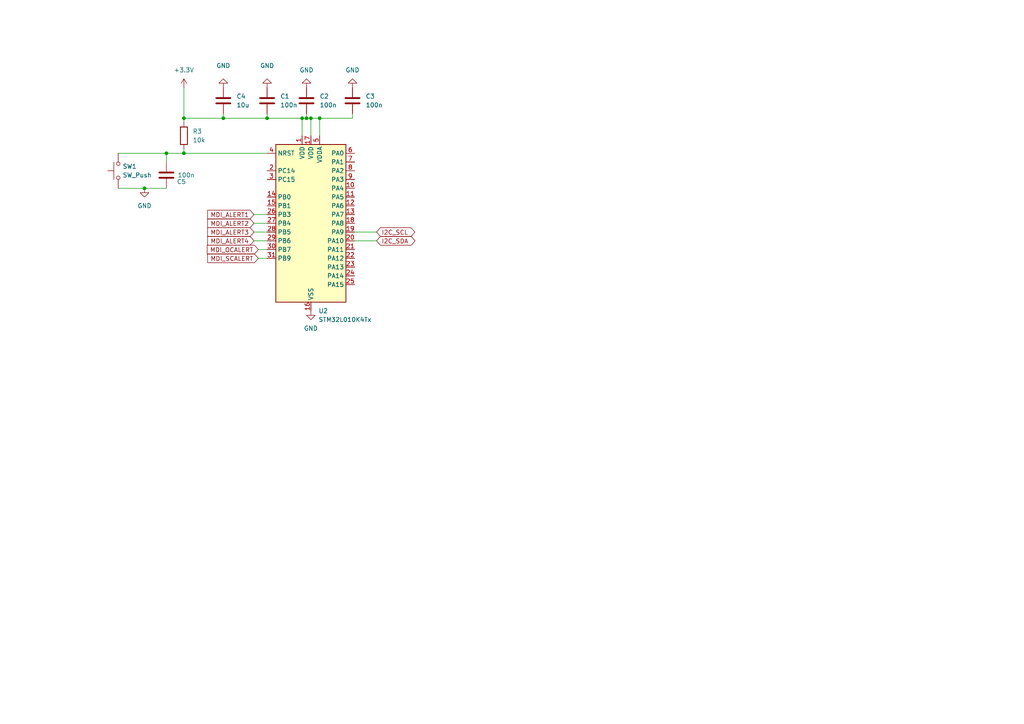
<source format=kicad_sch>
(kicad_sch (version 20231120) (generator "eeschema") (generator_version "8.0")
  (paper "A4")
  (lib_symbols
    (symbol "Device:C" (pin_numbers hide) (pin_names (offset 0.254))
      (property "Reference" "C" (at 0.635 2.54 0))
      (property "Value" "C" (at 0.635 -2.54 0))
      (symbol "C_0_1"
        (polyline (pts (xy -2.032 -0.762) (xy 2.032 -0.762)) (stroke (width 0.508)))
        (polyline (pts (xy -2.032 0.762) (xy 2.032 0.762)) (stroke (width 0.508)))
      )
      (symbol "C_1_1"
        (pin passive line (at 0 3.81 270) (length 2.794) (name "~") (number "1"))
        (pin passive line (at 0 -3.81 90) (length 2.794) (name "~") (number "2"))
      )
    )
    (symbol "Device:R" (pin_numbers hide) (pin_names (offset 0))
      (property "Reference" "R" (at 2.032 0 90))
      (property "Value" "R" (at 0 0 90))
      (symbol "R_0_1"
        (rectangle (start -1.016 -2.54) (end 1.016 2.54) (stroke (width 0.254)))
      )
      (symbol "R_1_1"
        (pin passive line (at 0 3.81 270) (length 1.27) (name "~") (number "1"))
        (pin passive line (at 0 -3.81 90) (length 1.27) (name "~") (number "2"))
      )
    )
    (symbol "MCU_ST_STM32L0:STM32L010K4Tx"
      (property "Reference" "U" (at -10.16 24.13 0))
      (property "Value" "STM32L010K4Tx" (at 5.08 24.13 0))
      (symbol "STM32L010K4Tx_0_1"
        (rectangle (start -10.16 -22.86) (end 10.16 22.86) (stroke (width 0.254)) (fill (type background)))
      )
      (symbol "STM32L010K4Tx_1_1"
        (pin power_in line (at -2.54 25.4 270) (length 2.54) (name "VDD") (number "1"))
        (pin bidirectional line (at 12.7 10.16 180) (length 2.54) (name "PA4") (number "10"))
        (pin bidirectional line (at 12.7 7.62 180) (length 2.54) (name "PA5") (number "11"))
        (pin bidirectional line (at 12.7 5.08 180) (length 2.54) (name "PA6") (number "12"))
        (pin bidirectional line (at 12.7 2.54 180) (length 2.54) (name "PA7") (number "13"))
        (pin bidirectional line (at -12.7 7.62 0) (length 2.54) (name "PB0") (number "14"))
        (pin bidirectional line (at -12.7 5.08 0) (length 2.54) (name "PB1") (number "15"))
        (pin power_in line (at 0 -25.4 90) (length 2.54) (name "VSS") (number "16"))
        (pin power_in line (at 0 25.4 270) (length 2.54) (name "VDD") (number "17"))
        (pin bidirectional line (at 12.7 0 180) (length 2.54) (name "PA8") (number "18"))
        (pin bidirectional line (at 12.7 -2.54 180) (length 2.54) (name "PA9") (number "19"))
        (pin bidirectional line (at -12.7 15.24 0) (length 2.54) (name "PC14") (number "2"))
        (pin bidirectional line (at 12.7 -5.08 180) (length 2.54) (name "PA10") (number "20"))
        (pin bidirectional line (at 12.7 -7.62 180) (length 2.54) (name "PA11") (number "21"))
        (pin bidirectional line (at 12.7 -10.16 180) (length 2.54) (name "PA12") (number "22"))
        (pin bidirectional line (at 12.7 -12.7 180) (length 2.54) (name "PA13") (number "23"))
        (pin bidirectional line (at 12.7 -15.24 180) (length 2.54) (name "PA14") (number "24"))
        (pin bidirectional line (at 12.7 -17.78 180) (length 2.54) (name "PA15") (number "25"))
        (pin bidirectional line (at -12.7 2.54 0) (length 2.54) (name "PB3") (number "26"))
        (pin bidirectional line (at -12.7 0 0) (length 2.54) (name "PB4") (number "27"))
        (pin bidirectional line (at -12.7 -2.54 0) (length 2.54) (name "PB5") (number "28"))
        (pin bidirectional line (at -12.7 -5.08 0) (length 2.54) (name "PB6") (number "29"))
        (pin bidirectional line (at -12.7 12.7 0) (length 2.54) (name "PC15") (number "3"))
        (pin bidirectional line (at -12.7 -7.62 0) (length 2.54) (name "PB7") (number "30"))
        (pin bidirectional line (at -12.7 -10.16 0) (length 2.54) (name "PB9") (number "31"))
        (pin passive line (at 0 -25.4 90) (length 2.54) hide (name "VSS") (number "32"))
        (pin input line (at -12.7 20.32 0) (length 2.54) (name "NRST") (number "4"))
        (pin power_in line (at 2.54 25.4 270) (length 2.54) (name "VDDA") (number "5"))
        (pin bidirectional line (at 12.7 20.32 180) (length 2.54) (name "PA0") (number "6"))
        (pin bidirectional line (at 12.7 17.78 180) (length 2.54) (name "PA1") (number "7"))
        (pin bidirectional line (at 12.7 15.24 180) (length 2.54) (name "PA2") (number "8"))
        (pin bidirectional line (at 12.7 12.7 180) (length 2.54) (name "PA3") (number "9"))
      )
    )
    (symbol "Switch:SW_Push" (pin_numbers hide) (pin_names (offset 1.016) hide)
      (property "Reference" "SW" (at 1.27 2.54 0))
      (property "Value" "SW_Push" (at 0 -1.524 0))
      (symbol "SW_Push_0_1"
        (circle (center -2.032 0) (radius 0.508))
        (polyline (pts (xy 0 1.27) (xy 0 3.048)))
        (polyline (pts (xy 2.54 1.27) (xy -2.54 1.27)))
        (circle (center 2.032 0) (radius 0.508))
        (pin passive line (at -5.08 0 0) (length 2.54) (name "1") (number "1"))
        (pin passive line (at 5.08 0 180) (length 2.54) (name "2") (number "2"))
      )
    )
    (symbol "power:+3.3V" (power) (pin_numbers hide) (pin_names (offset 0) hide)
      (property "Value" "+3.3V" (at 0 3.556 0))
      (symbol "+3.3V_0_1"
        (polyline (pts (xy -0.762 1.27) (xy 0 2.54)))
        (polyline (pts (xy 0 0) (xy 0 2.54)))
        (polyline (pts (xy 0 2.54) (xy 0.762 1.27)))
      )
      (symbol "+3.3V_1_1"
        (pin power_in line (at 0 0 90) (length 0) (name "~") (number "1"))
      )
    )
    (symbol "power:GND" (power) (pin_names (offset 0))
      (property "Value" "GND" (at 0 -3.81 0))
      (symbol "GND_0_1"
        (polyline (pts (xy 0 0) (xy 0 -1.27) (xy 1.27 -1.27) (xy 0 -2.54) (xy -1.27 -1.27) (xy 0 -1.27)))
      )
      (symbol "GND_1_1"
        (pin power_in line (at 0 0 270) (length 0) hide (name "GND") (number "1"))
      )
    )
  )
  (junction (at 41.91 54.61))
  (junction (at 88.9 34.29))
  (junction (at 53.34 44.45))
  (junction (at 92.71 34.29))
  (junction (at 77.47 34.29))
  (junction (at 90.17 34.29))
  (junction (at 87.63 34.29))
  (junction (at 48.26 44.45))
  (junction (at 53.34 34.29))
  (junction (at 64.77 34.29))
  (wire (pts (xy 88.9 34.29) (xy 90.17 34.29)))
  (wire (pts (xy 64.77 33.02) (xy 64.77 34.29)))
  (wire (pts (xy 53.34 25.4) (xy 53.34 34.29)))
  (wire (pts (xy 92.71 34.29) (xy 92.71 39.37)))
  (wire (pts (xy 48.26 44.45) (xy 53.34 44.45)))
  (wire (pts (xy 73.66 64.77) (xy 77.47 64.77)))
  (wire (pts (xy 109.22 67.31) (xy 102.87 67.31)))
  (wire (pts (xy 77.47 44.45) (xy 53.34 44.45)))
  (wire (pts (xy 53.34 44.45) (xy 53.34 43.18)))
  (wire (pts (xy 92.71 34.29) (xy 102.235 34.29)))
  (wire (pts (xy 74.93 72.39) (xy 77.47 72.39)))
  (wire (pts (xy 73.66 67.31) (xy 77.47 67.31)))
  (wire (pts (xy 102.235 34.29) (xy 102.235 33.02)))
  (wire (pts (xy 34.29 54.61) (xy 41.91 54.61)))
  (wire (pts (xy 64.77 34.29) (xy 77.47 34.29)))
  (wire (pts (xy 90.17 34.29) (xy 92.71 34.29)))
  (wire (pts (xy 41.91 54.61) (xy 48.26 54.61)))
  (wire (pts (xy 74.93 74.93) (xy 77.47 74.93)))
  (wire (pts (xy 88.9 33.02) (xy 88.9 34.29)))
  (wire (pts (xy 53.34 34.29) (xy 53.34 35.56)))
  (wire (pts (xy 77.47 33.02) (xy 77.47 34.29)))
  (wire (pts (xy 87.63 34.29) (xy 87.63 39.37)))
  (wire (pts (xy 77.47 34.29) (xy 87.63 34.29)))
  (wire (pts (xy 73.66 69.85) (xy 77.47 69.85)))
  (wire (pts (xy 73.66 62.23) (xy 77.47 62.23)))
  (wire (pts (xy 53.34 34.29) (xy 64.77 34.29)))
  (wire (pts (xy 34.29 44.45) (xy 48.26 44.45)))
  (wire (pts (xy 87.63 34.29) (xy 88.9 34.29)))
  (wire (pts (xy 48.26 46.99) (xy 48.26 44.45)))
  (wire (pts (xy 90.17 34.29) (xy 90.17 39.37)))
  (wire (pts (xy 109.22 69.85) (xy 102.87 69.85)))
  (global_label "MDI_SCALERT" (shape input) (at 74.93 74.93 180) (property "Intersheetrefs" "${INTERSHEET_REFS}" (effects (hide yes))))
  (global_label "MDI_ALERT3" (shape input) (at 73.66 67.31 180) (property "Intersheetrefs" "${INTERSHEET_REFS}" (effects (hide yes))))
  (global_label "MDI_ALERT1" (shape input) (at 73.66 62.23 180) (property "Intersheetrefs" "${INTERSHEET_REFS}" (effects (hide yes))))
  (global_label "MDI_OCALERT" (shape input) (at 74.93 72.39 180) (property "Intersheetrefs" "${INTERSHEET_REFS}" (effects (hide yes))))
  (global_label "MDI_ALERT2" (shape input) (at 73.66 64.77 180) (property "Intersheetrefs" "${INTERSHEET_REFS}" (effects (hide yes))))
  (global_label "I2C_SDA" (shape tri_state) (at 109.22 69.85 0) (property "Intersheetrefs" "${INTERSHEET_REFS}" (effects (hide yes))))
  (global_label "MDI_ALERT4" (shape input) (at 73.66 69.85 180) (property "Intersheetrefs" "${INTERSHEET_REFS}" (effects (hide yes))))
  (global_label "I2C_SCL" (shape tri_state) (at 109.22 67.31 0) (property "Intersheetrefs" "${INTERSHEET_REFS}" (effects (hide yes))))
  (symbol (lib_id "power:GND") (at 88.9 25.4 180) (unit 1)
    (property "Reference" "#PWR06" (effects (hide yes)))
    (property "Value" "GND" (at 88.9 20.32 0))
  )
  (symbol (lib_id "Device:C") (at 88.9 29.21 0) (unit 1)
    (property "Reference" "C2" (at 92.71 27.94 0) (effects (justify left)))
    (property "Value" "100n" (at 92.71 30.48 0) (effects (justify left)))
    (property "Footprint" "Capacitor_SMD:C_0603_1608Metric" (effects (hide yes)))
    (property "PN" "CL10B104KB8NNNC" (effects (hide yes)))
    (property "PN Comet" "C0603 100nF 50V X7R SAMSUNG" (effects (hide yes)))
  )
  (symbol (lib_id "Device:C") (at 77.47 29.21 0) (unit 1)
    (property "Reference" "C1" (at 81.28 27.94 0) (effects (justify left)))
    (property "Value" "100n" (at 81.28 30.48 0) (effects (justify left)))
    (property "Footprint" "Capacitor_SMD:C_0603_1608Metric" (effects (hide yes)))
    (property "PN" "CL10B104KB8NNNC" (effects (hide yes)))
    (property "PN Comet" "C0603 100nF 50V X7R SAMSUNG" (effects (hide yes)))
  )
  (symbol (lib_id "power:GND") (at 77.47 25.4 180) (unit 1)
    (property "Reference" "#PWR05" (effects (hide yes)))
    (property "Value" "GND" (at 77.47 19.05 0))
  )
  (symbol (lib_id "MCU_ST_STM32L0:STM32L010K4Tx") (at 90.17 64.77 0) (unit 1)
    (property "Reference" "U2" (at 92.3641 90.17 0) (effects (justify left)))
    (property "Value" "STM32L010K4Tx" (at 92.3641 92.71 0) (effects (justify left)))
    (property "Footprint" "Package_QFP:LQFP-32_7x7mm_P0.8mm" (effects (hide yes)))
    (property "Datasheet" "https://www.st.com/resource/en/datasheet/stm32l010k4.pdf" (effects (hide yes)))
  )
  (symbol (lib_id "power:GND") (at 64.77 25.4 180) (unit 1)
    (property "Reference" "#PWR010" (effects (hide yes)))
    (property "Value" "GND" (at 64.77 19.05 0))
  )
  (symbol (lib_id "power:GND") (at 90.17 90.17 0) (unit 1)
    (property "Reference" "#PWR08" (effects (hide yes)))
    (property "Value" "GND" (at 90.17 95.25 0))
  )
  (symbol (lib_id "power:+3.3V") (at 53.34 25.4 0) (unit 1)
    (property "Reference" "#PWR013" (effects (hide yes)))
    (property "Value" "+3.3V" (at 53.34 20.32 0))
    (property "Description" "Power symbol creates a global label with name \"+3.3V\"" (effects (hide yes)))
  )
  (symbol (lib_id "power:GND") (at 102.235 25.4 180) (unit 1)
    (property "Reference" "#PWR07" (effects (hide yes)))
    (property "Value" "GND" (at 102.235 20.32 0))
  )
  (symbol (lib_id "power:GND") (at 41.91 54.61 0) (unit 1)
    (property "Reference" "#PWR09" (effects (hide yes)))
    (property "Value" "GND" (at 41.91 59.69 0))
  )
  (symbol (lib_id "Device:C") (at 48.26 50.8 180) (unit 1)
    (property "Reference" "C5" (at 53.975 52.705 0) (effects (justify left)))
    (property "Value" "100n" (at 56.515 50.8 0) (effects (justify left)))
    (property "Footprint" "Capacitor_SMD:C_0603_1608Metric" (effects (hide yes)))
    (property "PN" "CL10B104KB8NNNC" (effects (hide yes)))
    (property "PN Comet" "C0603 100nF 50V X7R SAMSUNG" (effects (hide yes)))
  )
  (symbol (lib_id "Device:R") (at 53.34 39.37 0) (unit 1)
    (property "Reference" "R3" (at 55.88 38.1 0) (effects (justify left)))
    (property "Value" "10k" (at 55.88 40.64 0) (effects (justify left)))
  )
  (symbol (lib_id "Switch:SW_Push") (at 34.29 49.53 90) (unit 1)
    (property "Reference" "SW1" (at 35.56 48.26 90) (effects (justify right)))
    (property "Value" "SW_Push" (at 35.56 50.8 90) (effects (justify right)))
  )
  (symbol (lib_id "Device:C") (at 64.77 29.21 0) (unit 1)
    (property "Reference" "C4" (at 68.58 27.94 0) (effects (justify left)))
    (property "Value" "10u" (at 68.58 30.48 0) (effects (justify left)))
    (property "Footprint" "Capacitor_SMD:C_0603_1608Metric" (effects (hide yes)))
    (property "PN" "CL31B106KOHNNNE" (effects (hide yes)))
    (property "PN Comet" "C1206 10uF 16V X7R SAMSUNG" (effects (hide yes)))
  )
  (symbol (lib_id "Device:C") (at 102.235 29.21 0) (unit 1)
    (property "Reference" "C3" (at 106.045 27.94 0) (effects (justify left)))
    (property "Value" "100n" (at 106.045 30.48 0) (effects (justify left)))
    (property "Footprint" "Capacitor_SMD:C_0603_1608Metric" (effects (hide yes)))
    (property "PN" "CL10B104KB8NNNC" (effects (hide yes)))
    (property "PN Comet" "C0603 100nF 50V X7R SAMSUNG" (effects (hide yes)))
  )
)
</source>
